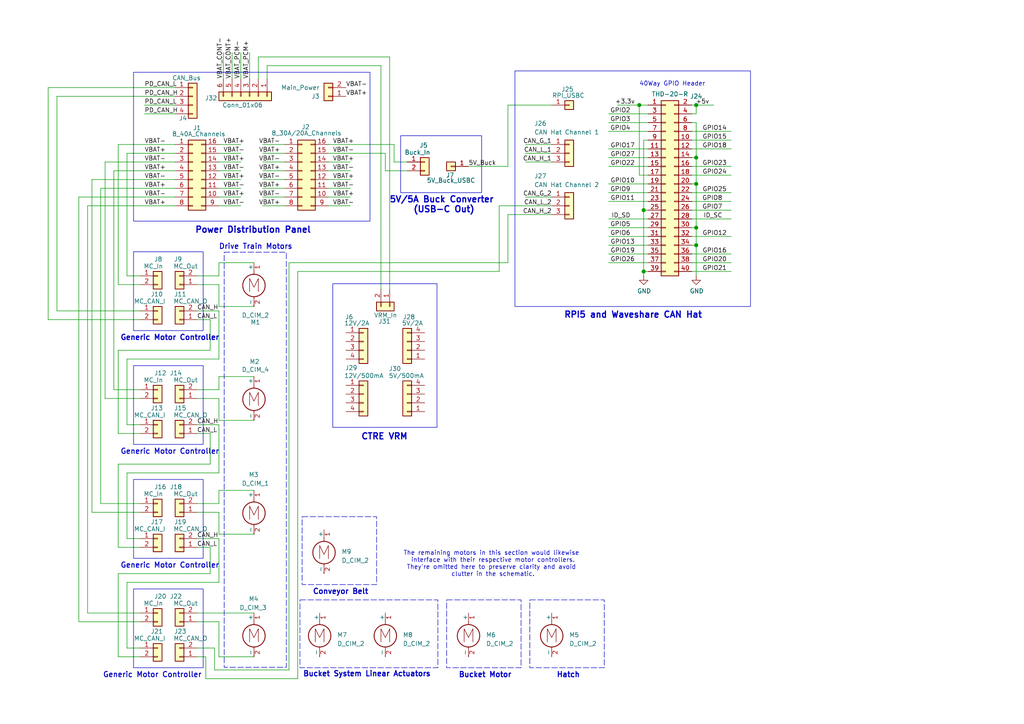
<source format=kicad_sch>
(kicad_sch (version 20250114) (generator "eeschema") (generator_version "9.0")
  (paper "A4")
  (title_block (title "Lunabotics Rover 2 Electrical Diagram") (date "2025-12-03") (rev "1") (company "Rutgers STAR"))
  (lib_symbols
    (symbol "Connector_Generic:Conn_01x01" (pin_names (offset 1.016) (hide yes))
      (property "Reference" "J" (at 0 2.54 0))
      (property "Value" "Conn_01x01" (at 0 -2.54 0))
      (symbol "Conn_01x01_1_1"
        (rectangle (start -1.27 1.27) (end 1.27 -1.27) (stroke (width 0.254)) (fill (type background)))
        (rectangle (start -1.27 0.127) (end 0 -0.127) (stroke (width 0.1524)))
        (pin passive line (at -5.08 0 0) (length 3.81) (name "Pin_1") (number "1"))
      )
    )
    (symbol "Connector_Generic:Conn_01x02" (pin_names (offset 1.016) (hide yes))
      (property "Reference" "J" (at 0 2.54 0))
      (property "Value" "Conn_01x02" (at 0 -5.08 0))
      (symbol "Conn_01x02_1_1"
        (rectangle (start -1.27 1.27) (end 1.27 -3.81) (stroke (width 0.254)) (fill (type background)))
        (rectangle (start -1.27 0.127) (end 0 -0.127) (stroke (width 0.1524)))
        (rectangle (start -1.27 -2.413) (end 0 -2.667) (stroke (width 0.1524)))
        (pin passive line (at -5.08 0 0) (length 3.81) (name "Pin_1") (number "1"))
        (pin passive line (at -5.08 -2.54 0) (length 3.81) (name "Pin_2") (number "2"))
      )
    )
    (symbol "Connector_Generic:Conn_01x03" (pin_names (offset 1.016) (hide yes))
      (property "Reference" "J" (at 0 5.08 0))
      (property "Value" "Conn_01x03" (at 0 -5.08 0))
      (symbol "Conn_01x03_1_1"
        (rectangle (start -1.27 3.81) (end 1.27 -3.81) (stroke (width 0.254)) (fill (type background)))
        (rectangle (start -1.27 2.667) (end 0 2.413) (stroke (width 0.1524)))
        (rectangle (start -1.27 0.127) (end 0 -0.127) (stroke (width 0.1524)))
        (rectangle (start -1.27 -2.413) (end 0 -2.667) (stroke (width 0.1524)))
        (pin passive line (at -5.08 2.54 0) (length 3.81) (name "Pin_1") (number "1"))
        (pin passive line (at -5.08 0 0) (length 3.81) (name "Pin_2") (number "2"))
        (pin passive line (at -5.08 -2.54 0) (length 3.81) (name "Pin_3") (number "3"))
      )
    )
    (symbol "Connector_Generic:Conn_01x04" (pin_names (offset 1.016) (hide yes))
      (property "Reference" "J" (at 0 5.08 0))
      (property "Value" "Conn_01x04" (at 0 -7.62 0))
      (symbol "Conn_01x04_1_1"
        (rectangle (start -1.27 3.81) (end 1.27 -6.35) (stroke (width 0.254)) (fill (type background)))
        (rectangle (start -1.27 2.667) (end 0 2.413) (stroke (width 0.1524)))
        (rectangle (start -1.27 0.127) (end 0 -0.127) (stroke (width 0.1524)))
        (rectangle (start -1.27 -2.413) (end 0 -2.667) (stroke (width 0.1524)))
        (rectangle (start -1.27 -4.953) (end 0 -5.207) (stroke (width 0.1524)))
        (pin passive line (at -5.08 2.54 0) (length 3.81) (name "Pin_1") (number "1"))
        (pin passive line (at -5.08 0 0) (length 3.81) (name "Pin_2") (number "2"))
        (pin passive line (at -5.08 -2.54 0) (length 3.81) (name "Pin_3") (number "3"))
        (pin passive line (at -5.08 -5.08 0) (length 3.81) (name "Pin_4") (number "4"))
      )
    )
    (symbol "Connector_Generic:Conn_01x06" (pin_names (offset 1.016) (hide yes))
      (property "Reference" "J" (at 0 7.62 0))
      (property "Value" "Conn_01x06" (at 0 -10.16 0))
      (symbol "Conn_01x06_1_1"
        (rectangle (start -1.27 6.35) (end 1.27 -8.89) (stroke (width 0.254)) (fill (type background)))
        (rectangle (start -1.27 5.207) (end 0 4.953) (stroke (width 0.1524)))
        (rectangle (start -1.27 2.667) (end 0 2.413) (stroke (width 0.1524)))
        (rectangle (start -1.27 0.127) (end 0 -0.127) (stroke (width 0.1524)))
        (rectangle (start -1.27 -2.413) (end 0 -2.667) (stroke (width 0.1524)))
        (rectangle (start -1.27 -4.953) (end 0 -5.207) (stroke (width 0.1524)))
        (rectangle (start -1.27 -7.493) (end 0 -7.747) (stroke (width 0.1524)))
        (pin passive line (at -5.08 5.08 0) (length 3.81) (name "Pin_1") (number "1"))
        (pin passive line (at -5.08 2.54 0) (length 3.81) (name "Pin_2") (number "2"))
        (pin passive line (at -5.08 0 0) (length 3.81) (name "Pin_3") (number "3"))
        (pin passive line (at -5.08 -2.54 0) (length 3.81) (name "Pin_4") (number "4"))
        (pin passive line (at -5.08 -5.08 0) (length 3.81) (name "Pin_5") (number "5"))
        (pin passive line (at -5.08 -7.62 0) (length 3.81) (name "Pin_6") (number "6"))
      )
    )
    (symbol "Connector_Generic:Conn_02x08_Counter_Clockwise" (pin_names (offset 1.016) (hide yes))
      (property "Reference" "J" (at 1.27 10.16 0))
      (property "Value" "Conn_02x08_Counter_Clockwise" (at 1.27 -12.7 0))
      (symbol "Conn_02x08_Counter_Clockwise_1_1"
        (rectangle (start -1.27 8.89) (end 3.81 -11.43) (stroke (width 0.254)) (fill (type background)))
        (rectangle (start -1.27 7.747) (end 0 7.493) (stroke (width 0.1524)))
        (rectangle (start -1.27 5.207) (end 0 4.953) (stroke (width 0.1524)))
        (rectangle (start -1.27 2.667) (end 0 2.413) (stroke (width 0.1524)))
        (rectangle (start -1.27 0.127) (end 0 -0.127) (stroke (width 0.1524)))
        (rectangle (start -1.27 -2.413) (end 0 -2.667) (stroke (width 0.1524)))
        (rectangle (start -1.27 -4.953) (end 0 -5.207) (stroke (width 0.1524)))
        (rectangle (start -1.27 -7.493) (end 0 -7.747) (stroke (width 0.1524)))
        (rectangle (start -1.27 -10.033) (end 0 -10.287) (stroke (width 0.1524)))
        (rectangle (start 3.81 7.747) (end 2.54 7.493) (stroke (width 0.1524)))
        (rectangle (start 3.81 5.207) (end 2.54 4.953) (stroke (width 0.1524)))
        (rectangle (start 3.81 2.667) (end 2.54 2.413) (stroke (width 0.1524)))
        (rectangle (start 3.81 0.127) (end 2.54 -0.127) (stroke (width 0.1524)))
        (rectangle (start 3.81 -2.413) (end 2.54 -2.667) (stroke (width 0.1524)))
        (rectangle (start 3.81 -4.953) (end 2.54 -5.207) (stroke (width 0.1524)))
        (rectangle (start 3.81 -7.493) (end 2.54 -7.747) (stroke (width 0.1524)))
        (rectangle (start 3.81 -10.033) (end 2.54 -10.287) (stroke (width 0.1524)))
        (pin passive line (at -5.08 7.62 0) (length 3.81) (name "Pin_1") (number "1"))
        (pin passive line (at -5.08 5.08 0) (length 3.81) (name "Pin_2") (number "2"))
        (pin passive line (at -5.08 2.54 0) (length 3.81) (name "Pin_3") (number "3"))
        (pin passive line (at -5.08 0 0) (length 3.81) (name "Pin_4") (number "4"))
        (pin passive line (at -5.08 -2.54 0) (length 3.81) (name "Pin_5") (number "5"))
        (pin passive line (at -5.08 -5.08 0) (length 3.81) (name "Pin_6") (number "6"))
        (pin passive line (at -5.08 -7.62 0) (length 3.81) (name "Pin_7") (number "7"))
        (pin passive line (at -5.08 -10.16 0) (length 3.81) (name "Pin_8") (number "8"))
        (pin passive line (at 7.62 7.62 180) (length 3.81) (name "Pin_16") (number "16"))
        (pin passive line (at 7.62 5.08 180) (length 3.81) (name "Pin_15") (number "15"))
        (pin passive line (at 7.62 2.54 180) (length 3.81) (name "Pin_14") (number "14"))
        (pin passive line (at 7.62 0 180) (length 3.81) (name "Pin_13") (number "13"))
        (pin passive line (at 7.62 -2.54 180) (length 3.81) (name "Pin_12") (number "12"))
        (pin passive line (at 7.62 -5.08 180) (length 3.81) (name "Pin_11") (number "11"))
        (pin passive line (at 7.62 -7.62 180) (length 3.81) (name "Pin_10") (number "10"))
        (pin passive line (at 7.62 -10.16 180) (length 3.81) (name "Pin_9") (number "9"))
      )
    )
    (symbol "Connector_Generic:Conn_02x20_Odd_Even" (pin_names (offset 1.016) (hide yes))
      (property "Reference" "J" (at 1.27 25.4 0))
      (property "Value" "Conn_02x20_Odd_Even" (at 1.27 -27.94 0))
      (symbol "Conn_02x20_Odd_Even_1_1"
        (rectangle (start -1.27 24.13) (end 3.81 -26.67) (stroke (width 0.254)) (fill (type background)))
        (rectangle (start -1.27 22.987) (end 0 22.733) (stroke (width 0.1524)))
        (rectangle (start -1.27 20.447) (end 0 20.193) (stroke (width 0.1524)))
        (rectangle (start -1.27 17.907) (end 0 17.653) (stroke (width 0.1524)))
        (rectangle (start -1.27 15.367) (end 0 15.113) (stroke (width 0.1524)))
        (rectangle (start -1.27 12.827) (end 0 12.573) (stroke (width 0.1524)))
        (rectangle (start -1.27 10.287) (end 0 10.033) (stroke (width 0.1524)))
        (rectangle (start -1.27 7.747) (end 0 7.493) (stroke (width 0.1524)))
        (rectangle (start -1.27 5.207) (end 0 4.953) (stroke (width 0.1524)))
        (rectangle (start -1.27 2.667) (end 0 2.413) (stroke (width 0.1524)))
        (rectangle (start -1.27 0.127) (end 0 -0.127) (stroke (width 0.1524)))
        (rectangle (start -1.27 -2.413) (end 0 -2.667) (stroke (width 0.1524)))
        (rectangle (start -1.27 -4.953) (end 0 -5.207) (stroke (width 0.1524)))
        (rectangle (start -1.27 -7.493) (end 0 -7.747) (stroke (width 0.1524)))
        (rectangle (start -1.27 -10.033) (end 0 -10.287) (stroke (width 0.1524)))
        (rectangle (start -1.27 -12.573) (end 0 -12.827) (stroke (width 0.1524)))
        (rectangle (start -1.27 -15.113) (end 0 -15.367) (stroke (width 0.1524)))
        (rectangle (start -1.27 -17.653) (end 0 -17.907) (stroke (width 0.1524)))
        (rectangle (start -1.27 -20.193) (end 0 -20.447) (stroke (width 0.1524)))
        (rectangle (start -1.27 -22.733) (end 0 -22.987) (stroke (width 0.1524)))
        (rectangle (start -1.27 -25.273) (end 0 -25.527) (stroke (width 0.1524)))
        (rectangle (start 3.81 22.987) (end 2.54 22.733) (stroke (width 0.1524)))
        (rectangle (start 3.81 20.447) (end 2.54 20.193) (stroke (width 0.1524)))
        (rectangle (start 3.81 17.907) (end 2.54 17.653) (stroke (width 0.1524)))
        (rectangle (start 3.81 15.367) (end 2.54 15.113) (stroke (width 0.1524)))
        (rectangle (start 3.81 12.827) (end 2.54 12.573) (stroke (width 0.1524)))
        (rectangle (start 3.81 10.287) (end 2.54 10.033) (stroke (width 0.1524)))
        (rectangle (start 3.81 7.747) (end 2.54 7.493) (stroke (width 0.1524)))
        (rectangle (start 3.81 5.207) (end 2.54 4.953) (stroke (width 0.1524)))
        (rectangle (start 3.81 2.667) (end 2.54 2.413) (stroke (width 0.1524)))
        (rectangle (start 3.81 0.127) (end 2.54 -0.127) (stroke (width 0.1524)))
        (rectangle (start 3.81 -2.413) (end 2.54 -2.667) (stroke (width 0.1524)))
        (rectangle (start 3.81 -4.953) (end 2.54 -5.207) (stroke (width 0.1524)))
        (rectangle (start 3.81 -7.493) (end 2.54 -7.747) (stroke (width 0.1524)))
        (rectangle (start 3.81 -10.033) (end 2.54 -10.287) (stroke (width 0.1524)))
        (rectangle (start 3.81 -12.573) (end 2.54 -12.827) (stroke (width 0.1524)))
        (rectangle (start 3.81 -15.113) (end 2.54 -15.367) (stroke (width 0.1524)))
        (rectangle (start 3.81 -17.653) (end 2.54 -17.907) (stroke (width 0.1524)))
        (rectangle (start 3.81 -20.193) (end 2.54 -20.447) (stroke (width 0.1524)))
        (rectangle (start 3.81 -22.733) (end 2.54 -22.987) (stroke (width 0.1524)))
        (rectangle (start 3.81 -25.273) (end 2.54 -25.527) (stroke (width 0.1524)))
        (pin passive line (at -5.08 22.86 0) (length 3.81) (name "Pin_1") (number "1"))
        (pin passive line (at -5.08 20.32 0) (length 3.81) (name "Pin_3") (number "3"))
        (pin passive line (at -5.08 17.78 0) (length 3.81) (name "Pin_5") (number "5"))
        (pin passive line (at -5.08 15.24 0) (length 3.81) (name "Pin_7") (number "7"))
        (pin passive line (at -5.08 12.7 0) (length 3.81) (name "Pin_9") (number "9"))
        (pin passive line (at -5.08 10.16 0) (length 3.81) (name "Pin_11") (number "11"))
        (pin passive line (at -5.08 7.62 0) (length 3.81) (name "Pin_13") (number "13"))
        (pin passive line (at -5.08 5.08 0) (length 3.81) (name "Pin_15") (number "15"))
        (pin passive line (at -5.08 2.54 0) (length 3.81) (name "Pin_17") (number "17"))
        (pin passive line (at -5.08 0 0) (length 3.81) (name "Pin_19") (number "19"))
        (pin passive line (at -5.08 -2.54 0) (length 3.81) (name "Pin_21") (number "21"))
        (pin passive line (at -5.08 -5.08 0) (length 3.81) (name "Pin_23") (number "23"))
        (pin passive line (at -5.08 -7.62 0) (length 3.81) (name "Pin_25") (number "25"))
        (pin passive line (at -5.08 -10.16 0) (length 3.81) (name "Pin_27") (number "27"))
        (pin passive line (at -5.08 -12.7 0) (length 3.81) (name "Pin_29") (number "29"))
        (pin passive line (at -5.08 -15.24 0) (length 3.81) (name "Pin_31") (number "31"))
        (pin passive line (at -5.08 -17.78 0) (length 3.81) (name "Pin_33") (number "33"))
        (pin passive line (at -5.08 -20.32 0) (length 3.81) (name "Pin_35") (number "35"))
        (pin passive line (at -5.08 -22.86 0) (length 3.81) (name "Pin_37") (number "37"))
        (pin passive line (at -5.08 -25.4 0) (length 3.81) (name "Pin_39") (number "39"))
        (pin passive line (at 7.62 22.86 180) (length 3.81) (name "Pin_2") (number "2"))
        (pin passive line (at 7.62 20.32 180) (length 3.81) (name "Pin_4") (number "4"))
        (pin passive line (at 7.62 17.78 180) (length 3.81) (name "Pin_6") (number "6"))
        (pin passive line (at 7.62 15.24 180) (length 3.81) (name "Pin_8") (number "8"))
        (pin passive line (at 7.62 12.7 180) (length 3.81) (name "Pin_10") (number "10"))
        (pin passive line (at 7.62 10.16 180) (length 3.81) (name "Pin_12") (number "12"))
        (pin passive line (at 7.62 7.62 180) (length 3.81) (name "Pin_14") (number "14"))
        (pin passive line (at 7.62 5.08 180) (length 3.81) (name "Pin_16") (number "16"))
        (pin passive line (at 7.62 2.54 180) (length 3.81) (name "Pin_18") (number "18"))
        (pin passive line (at 7.62 0 180) (length 3.81) (name "Pin_20") (number "20"))
        (pin passive line (at 7.62 -2.54 180) (length 3.81) (name "Pin_22") (number "22"))
        (pin passive line (at 7.62 -5.08 180) (length 3.81) (name "Pin_24") (number "24"))
        (pin passive line (at 7.62 -7.62 180) (length 3.81) (name "Pin_26") (number "26"))
        (pin passive line (at 7.62 -10.16 180) (length 3.81) (name "Pin_28") (number "28"))
        (pin passive line (at 7.62 -12.7 180) (length 3.81) (name "Pin_30") (number "30"))
        (pin passive line (at 7.62 -15.24 180) (length 3.81) (name "Pin_32") (number "32"))
        (pin passive line (at 7.62 -17.78 180) (length 3.81) (name "Pin_34") (number "34"))
        (pin passive line (at 7.62 -20.32 180) (length 3.81) (name "Pin_36") (number "36"))
        (pin passive line (at 7.62 -22.86 180) (length 3.81) (name "Pin_38") (number "38"))
        (pin passive line (at 7.62 -25.4 180) (length 3.81) (name "Pin_40") (number "40"))
      )
    )
    (symbol "Motor:Motor_DC" (pin_names (offset 0))
      (property "Reference" "M" (at 2.54 2.54 0))
      (property "Value" "Motor_DC" (at 2.54 -5.08 0))
      (symbol "Motor_DC_0_0"
        (polyline (pts (xy -1.27 -3.302) (xy -1.27 0.508) (xy 0 -2.032) (xy 1.27 0.508) (xy 1.27 -3.302)))
      )
      (symbol "Motor_DC_0_1"
        (polyline (pts (xy 0 2.032) (xy 0 2.54)))
        (polyline (pts (xy 0 1.7272) (xy 0 2.0828)))
        (circle (center 0 -1.524) (radius 3.2512) (stroke (width 0.254)))
        (polyline (pts (xy 0 -4.7752) (xy 0 -5.1816)))
        (polyline (pts (xy 0 -7.62) (xy 0 -7.112)))
      )
      (symbol "Motor_DC_1_1"
        (pin passive line (at 0 5.08 270) (length 2.54) (name "+") (number "1"))
        (pin passive line (at 0 -7.62 90) (length 2.54) (name "-") (number "2"))
      )
    )
    (symbol "power:GND" (power) (pin_numbers (hide yes)) (pin_names (offset 0) (hide yes))
      (property "Value" "GND" (at 0 -3.81 0))
      (symbol "GND_0_1"
        (polyline (pts (xy 0 0) (xy 0 -1.27) (xy 1.27 -1.27) (xy 0 -2.54) (xy -1.27 -1.27) (xy 0 -1.27)))
      )
      (symbol "GND_1_1"
        (pin power_in line (at 0 0 270) (length 0) (name "~") (number "1"))
      )
    )
  )
  (rectangle (start 96.52 82.296) (end 126.746 123.952))
  (rectangle (start 38.735 106.045) (end 58.928 128.905))
  (rectangle (start 149.352 20.574) (end 217.678 88.9))
  (rectangle (start 87.63 149.86) (end 109.22 169.545) (stroke (width 0) (type dash)))
  (rectangle (start 129.54 173.99) (end 151.13 193.675) (stroke (width 0) (type dash)))
  (rectangle (start 116.205 39.37) (end 139.7 55.88))
  (rectangle (start 38.735 73.025) (end 58.928 95.885))
  (rectangle (start 38.735 20.955) (end 107.315 64.135))
  (rectangle (start 86.995 173.99) (end 127 193.675) (stroke (width 0) (type dash)))
  (rectangle (start 153.67 173.99) (end 175.26 193.675) (stroke (width 0) (type dash)))
  (rectangle (start 65.024 73.152) (end 83.058 193.548) (stroke (width 0) (type dash)))
  (rectangle (start 38.735 170.815) (end 58.928 193.675))
  (rectangle (start 38.735 139.065) (end 58.928 161.925))
  (text "Generic Motor Controller" (at 49.276 131.064 0) (effects (font (size 1.524 1.524) (thickness 0.254) (bold yes))))
  (text "Conveyor Belt" (at 98.806 171.704 0) (effects (font (size 1.524 1.524) (thickness 0.3048) (bold yes))))
  (text "Drive Train Motors" (at 74.168 71.628 0) (effects (font (size 1.524 1.524) (thickness 0.254) (bold yes))))
  (text "40Way GPIO Header" (at 185.42 25.146 0) (effects (font (size 1.27 1.27)) (justify left bottom)))
  (text "Bucket Motor" (at 140.716 195.834 0) (effects (font (size 1.524 1.524) (thickness 0.3048) (bold yes))))
  (text "Bucket System Linear Actuators" (at 106.426 195.58 0) (effects (font (size 1.524 1.524) (thickness 0.3048) (bold yes))))
  (text "Generic Motor Controller" (at 49.276 98.044 0) (effects (font (size 1.524 1.524) (thickness 0.3048) (bold yes))))
  (text "CTRE VRM" (at 111.506 126.746 0) (effects (font (size 1.778 1.778) (thickness 0.3556) (bold yes))))
  (text "The remaining motors in this section would likewise \ninterface with their respective motor controllers.\nThey're omitted here to preserve clarity and avoid \nclutter in the schematic." (at 143.002 163.576 0) (effects (font (size 1.27 1.27))))
  (text "5V/5A Buck Converter \n(USB-C Out)" (at 128.778 59.436 0) (effects (font (size 1.778 1.778) (thickness 0.3556) (bold yes))))
  (text "Generic Motor Controller" (at 44.196 195.834 0) (effects (font (size 1.524 1.524) (thickness 0.254) (bold yes))))
  (text "RPI5 and Waveshare CAN Hat" (at 183.642 91.44 0) (effects (font (size 1.778 1.778) (thickness 0.3556) (bold yes))))
  (text "Generic Motor Controller" (at 49.276 164.084 0) (effects (font (size 1.524 1.524) (thickness 0.254) (bold yes))))
  (text "Hatch" (at 164.846 195.834 0) (effects (font (size 1.524 1.524) (thickness 0.3048) (bold yes))))
  (text "Power Distribution Panel" (at 73.406 66.802 0) (effects (font (size 1.778 1.778) (thickness 0.3556) (bold yes))))
  (junction (at 186.69 60.96) (diameter 1.016))
  (junction (at 201.93 45.72) (diameter 1.016))
  (junction (at 185.42 30.48) (diameter 1.016))
  (junction (at 201.93 30.48) (diameter 1.016))
  (junction (at 186.69 78.74) (diameter 1.016))
  (junction (at 201.93 53.34) (diameter 1.016))
  (junction (at 201.93 71.12) (diameter 1.016))
  (junction (at 201.93 66.04) (diameter 1.016))
  (wire (pts (xy 25.4 59.69) (xy 25.4 177.8)))
  (wire (pts (xy 63.5 109.22) (xy 73.66 109.22)))
  (wire (pts (xy 60.96 125.73) (xy 60.96 134.62)))
  (wire (pts (xy 36.83 104.14) (xy 63.5 104.14)))
  (wire (pts (xy 185.42 30.48) (xy 185.42 50.8)))
  (wire (pts (xy 57.15 177.8) (xy 73.66 177.8)))
  (wire (pts (xy 187.96 30.48) (xy 185.42 30.48)))
  (wire (pts (xy 200.66 73.66) (xy 212.09 73.66)))
  (wire (pts (xy 176.53 68.58) (xy 187.96 68.58)))
  (wire (pts (xy 34.29 125.73) (xy 40.64 125.73)))
  (wire (pts (xy 82.55 41.91) (xy 76.2 41.91)))
  (wire (pts (xy 176.53 66.04) (xy 187.96 66.04)))
  (wire (pts (xy 110.49 19.05) (xy 110.49 83.82)))
  (wire (pts (xy 59.69 190.5) (xy 59.69 196.85)))
  (wire (pts (xy 36.83 80.01) (xy 36.83 44.45)))
  (wire (pts (xy 64.77 15.24) (xy 64.77 22.86)))
  (wire (pts (xy 201.93 71.12) (xy 201.93 80.01)))
  (wire (pts (xy 30.48 115.57) (xy 40.64 115.57)))
  (wire (pts (xy 186.69 60.96) (xy 186.69 78.74)))
  (wire (pts (xy 57.15 158.75) (xy 60.96 158.75)))
  (wire (pts (xy 13.97 25.4) (xy 50.8 25.4)))
  (wire (pts (xy 60.96 158.75) (xy 60.96 166.37)))
  (wire (pts (xy 63.5 49.53) (xy 69.85 49.53)))
  (wire (pts (xy 147.32 30.48) (xy 160.02 30.48)))
  (wire (pts (xy 63.5 121.92) (xy 73.66 121.92)))
  (wire (pts (xy 33.02 49.53) (xy 33.02 113.03)))
  (wire (pts (xy 25.4 177.8) (xy 40.64 177.8)))
  (wire (pts (xy 152.4 46.99) (xy 160.02 46.99)))
  (wire (pts (xy 34.29 166.37) (xy 34.29 190.5)))
  (wire (pts (xy 200.66 78.74) (xy 212.09 78.74)))
  (wire (pts (xy 63.5 156.21) (xy 63.5 168.91)))
  (wire (pts (xy 95.25 44.45) (xy 111.76 44.45)))
  (wire (pts (xy 201.93 35.56) (xy 201.93 45.72)))
  (wire (pts (xy 82.55 57.15) (xy 76.2 57.15)))
  (wire (pts (xy 57.15 146.05) (xy 63.5 146.05)))
  (wire (pts (xy 50.8 49.53) (xy 33.02 49.53)))
  (wire (pts (xy 57.15 190.5) (xy 59.69 190.5)))
  (wire (pts (xy 77.47 22.86) (xy 77.47 19.05)))
  (wire (pts (xy 57.15 115.57) (xy 63.5 115.57)))
  (wire (pts (xy 200.66 76.2) (xy 212.09 76.2)))
  (wire (pts (xy 50.8 52.07) (xy 26.67 52.07)))
  (wire (pts (xy 95.25 46.99) (xy 101.6 46.99)))
  (wire (pts (xy 176.53 71.12) (xy 187.96 71.12)))
  (wire (pts (xy 77.47 19.05) (xy 110.49 19.05)))
  (wire (pts (xy 200.66 35.56) (xy 201.93 35.56)))
  (wire (pts (xy 57.15 187.96) (xy 62.23 187.96)))
  (wire (pts (xy 176.53 76.2) (xy 187.96 76.2)))
  (wire (pts (xy 50.8 54.61) (xy 29.21 54.61)))
  (wire (pts (xy 176.53 73.66) (xy 187.96 73.66)))
  (wire (pts (xy 62.23 187.96) (xy 62.23 194.31)))
  (wire (pts (xy 63.5 76.2) (xy 73.66 76.2)))
  (wire (pts (xy 186.69 78.74) (xy 187.96 78.74)))
  (wire (pts (xy 186.69 78.74) (xy 186.69 80.01)))
  (wire (pts (xy 176.53 38.1) (xy 187.96 38.1)))
  (wire (pts (xy 16.51 27.94) (xy 50.8 27.94)))
  (wire (pts (xy 176.53 53.34) (xy 187.96 53.34)))
  (wire (pts (xy 82.55 52.07) (xy 76.2 52.07)))
  (wire (pts (xy 29.21 146.05) (xy 40.64 146.05)))
  (wire (pts (xy 179.07 30.48) (xy 185.42 30.48)))
  (wire (pts (xy 29.21 54.61) (xy 29.21 146.05)))
  (wire (pts (xy 74.93 22.86) (xy 74.93 16.51)))
  (wire (pts (xy 95.25 59.69) (xy 101.6 59.69)))
  (wire (pts (xy 176.53 45.72) (xy 187.96 45.72)))
  (wire (pts (xy 95.25 54.61) (xy 101.6 54.61)))
  (wire (pts (xy 200.66 40.64) (xy 212.09 40.64)))
  (wire (pts (xy 72.39 15.24) (xy 72.39 22.86)))
  (wire (pts (xy 95.25 52.07) (xy 101.6 52.07)))
  (wire (pts (xy 176.53 35.56) (xy 187.96 35.56)))
  (wire (pts (xy 63.5 137.16) (xy 36.83 137.16)))
  (wire (pts (xy 34.29 82.55) (xy 40.64 82.55)))
  (wire (pts (xy 201.93 45.72) (xy 200.66 45.72)))
  (wire (pts (xy 60.96 134.62) (xy 34.29 134.62)))
  (wire (pts (xy 200.66 55.88) (xy 212.09 55.88)))
  (wire (pts (xy 36.83 187.96) (xy 40.64 187.96)))
  (wire (pts (xy 30.48 46.99) (xy 30.48 115.57)))
  (wire (pts (xy 185.42 50.8) (xy 187.96 50.8)))
  (wire (pts (xy 201.93 66.04) (xy 201.93 53.34)))
  (wire (pts (xy 114.3 46.99) (xy 118.11 46.99)))
  (wire (pts (xy 13.97 92.71) (xy 40.64 92.71)))
  (wire (pts (xy 57.15 90.17) (xy 63.5 90.17)))
  (wire (pts (xy 200.66 33.02) (xy 201.93 33.02)))
  (wire (pts (xy 201.93 30.48) (xy 207.01 30.48)))
  (wire (pts (xy 50.8 57.15) (xy 22.86 57.15)))
  (wire (pts (xy 147.32 48.26) (xy 147.32 30.48)))
  (wire (pts (xy 62.23 194.31) (xy 83.82 194.31)))
  (wire (pts (xy 57.15 82.55) (xy 63.5 82.55)))
  (wire (pts (xy 201.93 45.72) (xy 201.93 53.34)))
  (wire (pts (xy 95.25 49.53) (xy 101.6 49.53)))
  (wire (pts (xy 13.97 25.4) (xy 13.97 92.71)))
  (wire (pts (xy 40.64 80.01) (xy 36.83 80.01)))
  (wire (pts (xy 63.5 41.91) (xy 69.85 41.91)))
  (wire (pts (xy 16.51 27.94) (xy 16.51 90.17)))
  (wire (pts (xy 36.83 44.45) (xy 50.8 44.45)))
  (wire (pts (xy 63.5 80.01) (xy 63.5 76.2)))
  (wire (pts (xy 33.02 113.03) (xy 40.64 113.03)))
  (wire (pts (xy 60.96 92.71) (xy 60.96 101.6)))
  (wire (pts (xy 63.5 154.94) (xy 73.66 154.94)))
  (wire (pts (xy 60.96 166.37) (xy 34.29 166.37)))
  (wire (pts (xy 200.66 38.1) (xy 212.09 38.1)))
  (wire (pts (xy 176.53 43.18) (xy 187.96 43.18)))
  (wire (pts (xy 176.53 58.42) (xy 187.96 58.42)))
  (wire (pts (xy 30.48 46.99) (xy 50.8 46.99)))
  (wire (pts (xy 57.15 123.19) (xy 63.5 123.19)))
  (wire (pts (xy 200.66 63.5) (xy 212.09 63.5)))
  (wire (pts (xy 201.93 53.34) (xy 200.66 53.34)))
  (wire (pts (xy 36.83 104.14) (xy 36.83 123.19)))
  (wire (pts (xy 111.76 44.45) (xy 111.76 49.53)))
  (wire (pts (xy 41.91 30.48) (xy 50.8 30.48)))
  (wire (pts (xy 152.4 57.15) (xy 160.02 57.15)))
  (wire (pts (xy 22.86 180.34) (xy 40.64 180.34)))
  (wire (pts (xy 147.32 62.23) (xy 160.02 62.23)))
  (wire (pts (xy 187.96 40.64) (xy 186.69 40.64)))
  (wire (pts (xy 36.83 137.16) (xy 36.83 156.21)))
  (wire (pts (xy 57.15 80.01) (xy 63.5 80.01)))
  (wire (pts (xy 63.5 57.15) (xy 69.85 57.15)))
  (wire (pts (xy 176.53 55.88) (xy 187.96 55.88)))
  (wire (pts (xy 34.29 101.6) (xy 34.29 125.73)))
  (wire (pts (xy 82.55 59.69) (xy 76.2 59.69)))
  (wire (pts (xy 200.66 30.48) (xy 201.93 30.48)))
  (wire (pts (xy 63.5 54.61) (xy 69.85 54.61)))
  (wire (pts (xy 95.25 41.91) (xy 114.3 41.91)))
  (wire (pts (xy 57.15 92.71) (xy 60.96 92.71)))
  (wire (pts (xy 69.85 15.24) (xy 69.85 22.86)))
  (wire (pts (xy 63.5 168.91) (xy 36.83 168.91)))
  (wire (pts (xy 63.5 88.9) (xy 73.66 88.9)))
  (wire (pts (xy 200.66 60.96) (xy 212.09 60.96)))
  (wire (pts (xy 144.78 59.69) (xy 160.02 59.69)))
  (wire (pts (xy 57.15 113.03) (xy 63.5 113.03)))
  (wire (pts (xy 200.66 68.58) (xy 212.09 68.58)))
  (wire (pts (xy 34.29 158.75) (xy 40.64 158.75)))
  (wire (pts (xy 83.82 76.2) (xy 147.32 76.2)))
  (wire (pts (xy 36.83 168.91) (xy 36.83 187.96)))
  (wire (pts (xy 82.55 46.99) (xy 76.2 46.99)))
  (wire (pts (xy 63.5 90.17) (xy 63.5 104.14)))
  (wire (pts (xy 200.66 71.12) (xy 201.93 71.12)))
  (wire (pts (xy 63.5 113.03) (xy 63.5 109.22)))
  (wire (pts (xy 34.29 101.6) (xy 60.96 101.6)))
  (wire (pts (xy 200.66 48.26) (xy 212.09 48.26)))
  (wire (pts (xy 83.82 76.2) (xy 83.82 194.31)))
  (wire (pts (xy 176.53 33.02) (xy 187.96 33.02)))
  (wire (pts (xy 26.67 52.07) (xy 26.67 148.59)))
  (wire (pts (xy 26.67 148.59) (xy 40.64 148.59)))
  (wire (pts (xy 36.83 156.21) (xy 40.64 156.21)))
  (wire (pts (xy 152.4 44.45) (xy 160.02 44.45)))
  (wire (pts (xy 63.5 146.05) (xy 63.5 142.24)))
  (wire (pts (xy 50.8 41.91) (xy 34.29 41.91)))
  (wire (pts (xy 111.76 49.53) (xy 118.11 49.53)))
  (wire (pts (xy 57.15 125.73) (xy 60.96 125.73)))
  (wire (pts (xy 200.66 58.42) (xy 212.09 58.42)))
  (wire (pts (xy 95.25 57.15) (xy 101.6 57.15)))
  (wire (pts (xy 63.5 82.55) (xy 63.5 88.9)))
  (wire (pts (xy 82.55 54.61) (xy 76.2 54.61)))
  (wire (pts (xy 135.89 48.26) (xy 147.32 48.26)))
  (wire (pts (xy 63.5 148.59) (xy 63.5 154.94)))
  (wire (pts (xy 74.93 16.51) (xy 113.03 16.51)))
  (wire (pts (xy 22.86 57.15) (xy 22.86 180.34)))
  (wire (pts (xy 59.69 196.85) (xy 86.36 196.85)))
  (wire (pts (xy 186.69 40.64) (xy 186.69 60.96)))
  (wire (pts (xy 67.31 15.24) (xy 67.31 22.86)))
  (wire (pts (xy 114.3 41.91) (xy 114.3 46.99)))
  (wire (pts (xy 50.8 59.69) (xy 25.4 59.69)))
  (wire (pts (xy 186.69 60.96) (xy 187.96 60.96)))
  (wire (pts (xy 82.55 49.53) (xy 76.2 49.53)))
  (wire (pts (xy 63.5 180.34) (xy 63.5 190.5)))
  (wire (pts (xy 144.78 59.69) (xy 144.78 78.74)))
  (wire (pts (xy 113.03 16.51) (xy 113.03 83.82)))
  (wire (pts (xy 63.5 123.19) (xy 63.5 137.16)))
  (wire (pts (xy 63.5 142.24) (xy 73.66 142.24)))
  (wire (pts (xy 34.29 134.62) (xy 34.29 158.75)))
  (wire (pts (xy 41.91 33.02) (xy 50.8 33.02)))
  (wire (pts (xy 200.66 66.04) (xy 201.93 66.04)))
  (wire (pts (xy 63.5 46.99) (xy 69.85 46.99)))
  (wire (pts (xy 63.5 115.57) (xy 63.5 121.92)))
  (wire (pts (xy 63.5 44.45) (xy 69.85 44.45)))
  (wire (pts (xy 34.29 41.91) (xy 34.29 82.55)))
  (wire (pts (xy 201.93 71.12) (xy 201.93 66.04)))
  (wire (pts (xy 147.32 76.2) (xy 147.32 62.23)))
  (wire (pts (xy 144.78 78.74) (xy 86.36 78.74)))
  (wire (pts (xy 200.66 43.18) (xy 212.09 43.18)))
  (wire (pts (xy 176.53 63.5) (xy 187.96 63.5)))
  (wire (pts (xy 82.55 44.45) (xy 76.2 44.45)))
  (wire (pts (xy 34.29 190.5) (xy 40.64 190.5)))
  (wire (pts (xy 200.66 50.8) (xy 212.09 50.8)))
  (wire (pts (xy 63.5 190.5) (xy 73.66 190.5)))
  (wire (pts (xy 36.83 123.19) (xy 40.64 123.19)))
  (wire (pts (xy 57.15 156.21) (xy 63.5 156.21)))
  (wire (pts (xy 152.4 41.91) (xy 160.02 41.91)))
  (wire (pts (xy 57.15 148.59) (xy 63.5 148.59)))
  (wire (pts (xy 176.53 48.26) (xy 187.96 48.26)))
  (wire (pts (xy 16.51 90.17) (xy 40.64 90.17)))
  (wire (pts (xy 63.5 52.07) (xy 69.85 52.07)))
  (wire (pts (xy 86.36 78.74) (xy 86.36 196.85)))
  (wire (pts (xy 63.5 59.69) (xy 69.85 59.69)))
  (wire (pts (xy 201.93 33.02) (xy 201.93 30.48)))
  (wire (pts (xy 57.15 180.34) (xy 63.5 180.34)))
  (label "ID_SD" (at 182.88 63.5 180))
  (label "GPIO11" (at 184.15 58.42 180))
  (label "GPIO16" (at 210.82 73.66 180))
  (label "GPIO12" (at 210.82 68.58 180))
  (label "GPIO4" (at 182.88 38.1 180))
  (label "GPIO2" (at 182.88 33.02 180))
  (label "VBAT+" (at 41.91 44.45 0))
  (label "CAN_L_2" (at 160.02 59.69 180))
  (label "VBAT-" (at 96.52 49.53 0))
  (label "CAN_H_2" (at 160.02 62.23 180))
  (label "CAN_H" (at 57.15 156.21 0))
  (label "GPIO24" (at 210.82 50.8 180))
  (label "VBAT+" (at 41.91 59.69 0))
  (label "VBAT+" (at 96.52 52.07 0))
  (label "PD_CAN_L" (at 41.91 25.4 0))
  (label "VBAT+" (at 96.52 57.15 0))
  (label "GPIO23" (at 210.82 48.26 180))
  (label "VBAT-" (at 81.28 41.91 180))
  (label "CAN_G_2" (at 160.02 57.15 180))
  (label "GPIO26" (at 184.15 76.2 180))
  (label "VBAT-" (at 81.28 57.15 180))
  (label "5V_Buck" (at 135.89 48.26 0))
  (label "VBAT-" (at 100.33 25.4 0))
  (label "VBAT+" (at 64.77 57.15 0))
  (label "VBAT_PCM-" (at 69.85 22.86 90))
  (label "VBAT-" (at 64.77 59.69 0))
  (label "+5v" (at 205.74 30.48 180))
  (label "GPIO21" (at 210.82 78.74 180))
  (label "VBAT_CONT-" (at 64.77 22.86 90))
  (label "CAN_L" (at 57.15 92.71 0))
  (label "VBAT-" (at 81.28 52.07 180))
  (label "VBAT-" (at 41.91 46.99 0))
  (label "VBAT+" (at 64.77 41.91 0))
  (label "VBAT_PCM+" (at 72.39 22.86 90))
  (label "VBAT-" (at 96.52 44.45 0))
  (label "GPIO15" (at 210.82 40.64 180))
  (label "VBAT+" (at 81.28 44.45 180))
  (label "GPIO5" (at 182.88 66.04 180))
  (label "GPIO25" (at 210.82 55.88 180))
  (label "VBAT-" (at 64.77 44.45 0))
  (label "PD_CAN_L" (at 41.91 30.48 0))
  (label "VBAT+" (at 64.77 52.07 0))
  (label "+3.3v" (at 184.15 30.48 180))
  (label "GPIO10" (at 184.15 53.34 180))
  (label "VBAT+" (at 41.91 54.61 0))
  (label "VBAT_CONT+" (at 67.31 22.86 90))
  (label "CAN_H" (at 57.15 90.17 0))
  (label "GPIO13" (at 184.15 71.12 180))
  (label "VBAT-" (at 64.77 49.53 0))
  (label "PD_CAN_H" (at 41.91 27.94 0))
  (label "VBAT+" (at 100.33 27.94 0))
  (label "CAN_L" (at 57.15 125.73 0))
  (label "VBAT+" (at 64.77 46.99 0))
  (label "VBAT-" (at 41.91 52.07 0))
  (label "VBAT-" (at 96.52 54.61 0))
  (label "VBAT+" (at 81.28 49.53 180))
  (label "ID_SC" (at 209.55 63.5 180))
  (label "VBAT+" (at 96.52 46.99 0))
  (label "CAN_L" (at 57.15 158.75 0))
  (label "GPIO17" (at 184.15 43.18 180))
  (label "CAN_L_1" (at 160.02 44.45 180))
  (label "GPIO22" (at 184.15 48.26 180))
  (label "VBAT-" (at 41.91 57.15 0))
  (label "VBAT-" (at 64.77 54.61 0))
  (label "GPIO19" (at 184.15 73.66 180))
  (label "VBAT-" (at 81.28 46.99 180))
  (label "GPIO6" (at 182.88 68.58 180))
  (label "PD_CAN_H" (at 41.91 33.02 0))
  (label "VBAT+" (at 81.28 59.69 180))
  (label "CAN_H" (at 57.15 123.19 0))
  (label "VBAT-" (at 96.52 59.69 0))
  (label "VBAT+" (at 96.52 41.91 0))
  (label "CAN_H_1" (at 160.02 46.99 180))
  (label "VBAT-" (at 41.91 41.91 0))
  (label "GPIO8" (at 209.55 58.42 180))
  (label "CAN_G_1" (at 160.02 41.91 180))
  (label "VBAT+" (at 41.91 49.53 0))
  (label "GPIO20" (at 210.82 76.2 180))
  (label "GPIO3" (at 182.88 35.56 180))
  (label "GPIO9" (at 182.88 55.88 180))
  (label "GPIO7" (at 209.55 60.96 180))
  (label "GPIO14" (at 210.82 38.1 180))
  (label "VBAT+" (at 81.28 54.61 180))
  (label "GPIO18" (at 210.82 43.18 180))
  (label "GPIO27" (at 184.15 45.72 180))
  (symbol (lib_id "power:GND") (at 201.93 80.01 0) (unit 1)
    (property "Reference" "#PWR?" (effects (hide yes)))
    (property "Value" "GND" (at 202.057 84.4042 0))
    (property "Description" "Power symbol creates a global label with name \"GND\" , ground" (effects (hide yes)))
  )
  (symbol (lib_id "power:GND") (at 186.69 80.01 0) (unit 1)
    (property "Reference" "#PWR?" (effects (hide yes)))
    (property "Value" "GND" (at 186.817 84.4042 0))
    (property "Description" "Power symbol creates a global label with name \"GND\" , ground" (effects (hide yes)))
  )
  (symbol (lib_id "Motor:Motor_DC") (at 73.66 182.88 0) (unit 1)
    (property "Reference" "M4" (at 72.136 172.974 0) (effects (justify left top)))
    (property "Value" "D_CIM_3" (at 73.406 175.514 0) (effects (justify top)))
    (property "Description" "DC Motor" (effects (hide yes)))
  )
  (symbol (lib_id "Connector_Generic:Conn_01x02") (at 123.19 46.99 0) (unit 1)
    (property "Reference" "J5" (at 121.666 42.164 0) (effects (justify left)))
    (property "Value" "Buck_In" (at 117.348 44.196 0) (effects (justify left)))
    (property "Description" "Generic connector, single row, 01x02, script generated (kicad-library-utils/schlib/autogen/connector/)" (effects (hide yes)))
  )
  (symbol (lib_id "Motor:Motor_DC") (at 73.66 81.28 0) (unit 1)
    (property "Reference" "M1" (at 72.644 93.472 0) (effects (justify left)))
    (property "Value" "D_CIM_2" (at 70.104 91.44 0) (effects (justify left)))
    (property "Description" "DC Motor" (effects (hide yes)))
  )
  (symbol (lib_id "Connector_Generic:Conn_02x08_Counter_Clockwise") (at 87.63 49.53 0) (unit 1)
    (property "Reference" "J2" (at 88.646 36.83 0))
    (property "Value" "8_30A/20A_Channels" (at 88.9 38.608 0))
    (property "Description" "Generic connector, double row, 02x08, counter clockwise pin numbering scheme (similar to DIP package numbering), script generated (kicad-library-utils/schlib/autogen/connector/)" (effects (hide yes)))
  )
  (symbol (lib_id "Connector_Generic:Conn_01x06") (at 72.39 27.94 270) (unit 1)
    (property "Reference" "J32" (at 61.214 28.448 90))
    (property "Value" "Conn_01x06" (at 70.358 30.48 90))
    (property "Description" "Generic connector, single row, 01x06, script generated (kicad-library-utils/schlib/autogen/connector/)" (effects (hide yes)))
  )
  (symbol (lib_id "Connector_Generic:Conn_01x01") (at 130.81 48.26 180) (unit 1)
    (property "Reference" "J7" (at 130.556 50.8 0))
    (property "Value" "5V_Buck_USBC" (at 130.81 52.324 0))
    (property "Description" "Generic connector, single row, 01x01, script generated (kicad-library-utils/schlib/autogen/connector/)" (effects (hide yes)))
  )
  (symbol (lib_id "Connector_Generic:Conn_01x01") (at 165.1 30.48 0) (unit 1)
    (property "Reference" "J25" (at 164.592 25.908 0))
    (property "Value" "RPI_USBC" (at 164.846 27.686 0))
    (property "Description" "Generic connector, single row, 01x01, script generated (kicad-library-utils/schlib/autogen/connector/)" (effects (hide yes)))
  )
  (symbol (lib_id "Connector_Generic:Conn_01x02") (at 52.07 180.34 180) (unit 1)
    (property "Reference" "J22" (at 52.832 172.974 0) (effects (justify left)))
    (property "Value" "MC_Out" (at 57.404 175.006 0) (effects (justify left)))
    (property "Description" "Generic connector, single row, 01x02, script generated (kicad-library-utils/schlib/autogen/connector/)" (effects (hide yes)))
  )
  (symbol (lib_id "Connector_Generic:Conn_01x04") (at 118.11 101.6 180) (unit 1)
    (property "Reference" "J28" (at 118.618 91.948 0))
    (property "Value" "5V/2A" (at 119.634 93.726 0))
    (property "Description" "Generic connector, single row, 01x04, script generated (kicad-library-utils/schlib/autogen/connector/)" (effects (hide yes)))
  )
  (symbol (lib_id "Connector_Generic:Conn_01x03") (at 165.1 44.45 0) (unit 1)
    (property "Reference" "J26" (at 154.94 35.814 0) (effects (justify left)))
    (property "Value" "CAN Hat Channel 1" (at 154.94 38.354 0) (effects (justify left)))
    (property "Description" "Generic connector, single row, 01x03, script generated (kicad-library-utils/schlib/autogen/connector/)" (effects (hide yes)))
  )
  (symbol (lib_id "Connector_Generic:Conn_01x02") (at 45.72 187.96 0) (unit 1)
    (property "Reference" "J21" (at 43.688 183.134 0) (effects (justify left)))
    (property "Value" "MC_CAN_I" (at 38.862 185.166 0) (effects (justify left)))
    (property "Description" "Generic connector, single row, 01x02, script generated (kicad-library-utils/schlib/autogen/connector/)" (effects (hide yes)))
  )
  (symbol (lib_id "Motor:Motor_DC") (at 111.76 182.88 0) (unit 1)
    (property "Reference" "M8" (at 116.84 184.1499 0) (effects (justify left)))
    (property "Value" "D_CIM_2" (at 116.84 186.6899 0) (effects (justify left)))
    (property "Description" "DC Motor" (effects (hide yes)))
  )
  (symbol (lib_id "Connector_Generic:Conn_01x02") (at 52.07 158.75 180) (unit 1)
    (property "Reference" "J19" (at 54.102 151.384 0) (effects (justify left)))
    (property "Value" "MC_CAN_O" (at 60.198 153.416 0) (effects (justify left)))
    (property "Description" "Generic connector, single row, 01x02, script generated (kicad-library-utils/schlib/autogen/connector/)" (effects (hide yes)))
  )
  (symbol (lib_id "Connector_Generic:Conn_01x04") (at 55.88 27.94 0) (unit 1)
    (property "Reference" "J4" (at 53.086 34.29 0))
    (property "Value" "CAN_Bus" (at 54.102 22.606 0))
    (property "Description" "Generic connector, single row, 01x04, script generated (kicad-library-utils/schlib/autogen/connector/)" (effects (hide yes)))
  )
  (symbol (lib_id "Connector_Generic:Conn_01x03") (at 165.1 59.69 0) (unit 1)
    (property "Reference" "J27" (at 154.94 51.054 0) (effects (justify left)))
    (property "Value" "CAN Hat Channel 2" (at 154.94 53.594 0) (effects (justify left)))
    (property "Description" "Generic connector, single row, 01x03, script generated (kicad-library-utils/schlib/autogen/connector/)" (effects (hide yes)))
  )
  (symbol (lib_id "Connector_Generic:Conn_02x08_Counter_Clockwise") (at 55.88 49.53 0) (unit 1)
    (property "Reference" "J1" (at 57.15 37.084 0))
    (property "Value" "8_40A_Channels" (at 57.658 38.862 0))
    (property "Description" "Generic connector, double row, 02x08, counter clockwise pin numbering scheme (similar to DIP package numbering), script generated (kicad-library-utils/schlib/autogen/connector/)" (effects (hide yes)))
  )
  (symbol (lib_id "Connector_Generic:Conn_01x02") (at 52.07 190.5 180) (unit 1)
    (property "Reference" "J23" (at 54.102 183.134 0) (effects (justify left)))
    (property "Value" "MC_CAN_O" (at 60.198 185.166 0) (effects (justify left)))
    (property "Description" "Generic connector, single row, 01x02, script generated (kicad-library-utils/schlib/autogen/connector/)" (effects (hide yes)))
  )
  (symbol (lib_id "Connector_Generic:Conn_01x02") (at 52.07 125.73 180) (unit 1)
    (property "Reference" "J15" (at 54.102 118.364 0) (effects (justify left)))
    (property "Value" "MC_CAN_O" (at 60.198 120.396 0) (effects (justify left)))
    (property "Description" "Generic connector, single row, 01x02, script generated (kicad-library-utils/schlib/autogen/connector/)" (effects (hide yes)))
  )
  (symbol (lib_id "Motor:Motor_DC") (at 92.71 182.88 0) (unit 1)
    (property "Reference" "M7" (at 97.79 184.1499 0) (effects (justify left)))
    (property "Value" "D_CIM_2" (at 97.79 186.6899 0) (effects (justify left)))
    (property "Description" "DC Motor" (effects (hide yes)))
  )
  (symbol (lib_id "Motor:Motor_DC") (at 93.98 158.75 0) (unit 1)
    (property "Reference" "M9" (at 99.06 160.0199 0) (effects (justify left)))
    (property "Value" "D_CIM_2" (at 99.06 162.5599 0) (effects (justify left)))
    (property "Description" "DC Motor" (effects (hide yes)))
  )
  (symbol (lib_id "Connector_Generic:Conn_02x20_Odd_Even") (at 193.04 53.34 0) (unit 1)
    (property "Reference" "J24" (at 201.93 27.94 0))
    (property "Value" "THD-20-R" (at 194.31 27.2796 0))
    (property "Footprint" "Connector_PinHeader_2.54mm:PinHeader_2x20_P2.54mm_Vertical" (effects (hide yes)))
    (property "Datasheet" "https://www.toby.co.uk/uploads/publications/1673.pdf" (effects (hide yes)))
    (property "Field4" "Toby" (effects (hide yes)))
    (property "Field5" "THD-20-R" (effects (hide yes)))
    (property "Field6" "THD-20-R" (effects (hide yes)))
    (property "Field7" "Toby" (effects (hide yes)))
    (property "Field8" "UCON00511" (effects (hide yes)))
    (property "Part Description" "PinHeader_2x20_P2.54mm_Vertical" (effects (hide yes)))
  )
  (symbol (lib_id "Connector_Generic:Conn_01x02") (at 52.07 115.57 180) (unit 1)
    (property "Reference" "J14" (at 52.832 108.204 0) (effects (justify left)))
    (property "Value" "MC_Out" (at 57.404 110.236 0) (effects (justify left)))
    (property "Description" "Generic connector, single row, 01x02, script generated (kicad-library-utils/schlib/autogen/connector/)" (effects (hide yes)))
  )
  (symbol (lib_id "Connector_Generic:Conn_01x02") (at 52.07 148.59 180) (unit 1)
    (property "Reference" "J18" (at 52.832 141.224 0) (effects (justify left)))
    (property "Value" "MC_Out" (at 57.404 143.256 0) (effects (justify left)))
    (property "Description" "Generic connector, single row, 01x02, script generated (kicad-library-utils/schlib/autogen/connector/)" (effects (hide yes)))
  )
  (symbol (lib_id "Connector_Generic:Conn_01x02") (at 52.07 92.71 180) (unit 1)
    (property "Reference" "J11" (at 54.102 85.344 0) (effects (justify left)))
    (property "Value" "MC_CAN_O" (at 60.198 87.376 0) (effects (justify left)))
    (property "Description" "Generic connector, single row, 01x02, script generated (kicad-library-utils/schlib/autogen/connector/)" (effects (hide yes)))
  )
  (symbol (lib_id "Connector_Generic:Conn_01x02") (at 45.72 90.17 0) (unit 1)
    (property "Reference" "J10" (at 43.688 85.344 0) (effects (justify left)))
    (property "Value" "MC_CAN_I" (at 38.862 87.376 0) (effects (justify left)))
    (property "Description" "Generic connector, single row, 01x02, script generated (kicad-library-utils/schlib/autogen/connector/)" (effects (hide yes)))
  )
  (symbol (lib_id "Motor:Motor_DC") (at 160.02 182.88 0) (unit 1)
    (property "Reference" "M5" (at 165.1 184.1499 0) (effects (justify left)))
    (property "Value" "D_CIM_2" (at 165.1 186.6899 0) (effects (justify left)))
    (property "Description" "DC Motor" (effects (hide yes)))
  )
  (symbol (lib_id "Connector_Generic:Conn_01x02") (at 45.72 123.19 0) (unit 1)
    (property "Reference" "J13" (at 43.688 118.364 0) (effects (justify left)))
    (property "Value" "MC_CAN_I" (at 38.862 120.396 0) (effects (justify left)))
    (property "Description" "Generic connector, single row, 01x02, script generated (kicad-library-utils/schlib/autogen/connector/)" (effects (hide yes)))
  )
  (symbol (lib_id "Connector_Generic:Conn_01x02") (at 45.72 156.21 0) (unit 1)
    (property "Reference" "J17" (at 43.688 151.384 0) (effects (justify left)))
    (property "Value" "MC_CAN_I" (at 38.862 153.416 0) (effects (justify left)))
    (property "Description" "Generic connector, single row, 01x02, script generated (kicad-library-utils/schlib/autogen/connector/)" (effects (hide yes)))
  )
  (symbol (lib_id "Connector_Generic:Conn_01x02") (at 45.72 146.05 0) (unit 1)
    (property "Reference" "J16" (at 44.704 141.224 0) (effects (justify left)))
    (property "Value" "MC_In" (at 41.656 143.256 0) (effects (justify left)))
    (property "Description" "Generic connector, single row, 01x02, script generated (kicad-library-utils/schlib/autogen/connector/)" (effects (hide yes)))
  )
  (symbol (lib_id "Connector_Generic:Conn_01x04") (at 105.41 114.3 0) (unit 1)
    (property "Reference" "J29" (at 100.076 106.68 0) (effects (justify left)))
    (property "Value" "12V/500mA" (at 99.822 108.966 0) (effects (justify left)))
    (property "Description" "Generic connector, single row, 01x04, script generated (kicad-library-utils/schlib/autogen/connector/)" (effects (hide yes)))
  )
  (symbol (lib_id "Connector_Generic:Conn_01x02") (at 95.25 27.94 180) (unit 1)
    (property "Reference" "J3" (at 92.71 27.9401 0) (effects (justify left)))
    (property "Value" "Main_Power" (at 92.71 25.4001 0) (effects (justify left)))
    (property "Description" "Generic connector, single row, 01x02, script generated (kicad-library-utils/schlib/autogen/connector/)" (effects (hide yes)))
  )
  (symbol (lib_id "Motor:Motor_DC") (at 73.66 114.3 0) (unit 1)
    (property "Reference" "M2" (at 72.39 104.902 0) (effects (justify left)))
    (property "Value" "D_CIM_4" (at 70.104 107.188 0) (effects (justify left)))
    (property "Description" "DC Motor" (effects (hide yes)))
  )
  (symbol (lib_id "Connector_Generic:Conn_01x02") (at 45.72 113.03 0) (unit 1)
    (property "Reference" "J12" (at 44.704 108.204 0) (effects (justify left)))
    (property "Value" "MC_In" (at 41.656 110.236 0) (effects (justify left)))
    (property "Description" "Generic connector, single row, 01x02, script generated (kicad-library-utils/schlib/autogen/connector/)" (effects (hide yes)))
  )
  (symbol (lib_id "Connector_Generic:Conn_01x04") (at 118.11 116.84 180) (unit 1)
    (property "Reference" "J30" (at 114.554 106.934 0))
    (property "Value" "5V/500mA" (at 117.856 108.966 0))
    (property "Description" "Generic connector, single row, 01x04, script generated (kicad-library-utils/schlib/autogen/connector/)" (effects (hide yes)))
  )
  (symbol (lib_id "Connector_Generic:Conn_01x02") (at 113.03 88.9 270) (unit 1)
    (property "Reference" "J31" (at 109.728 93.218 90) (effects (justify left)))
    (property "Value" "VRM_In" (at 108.458 91.44 90) (effects (justify left)))
    (property "Description" "Generic connector, single row, 01x02, script generated (kicad-library-utils/schlib/autogen/connector/)" (effects (hide yes)))
  )
  (symbol (lib_id "Connector_Generic:Conn_01x02") (at 45.72 177.8 0) (unit 1)
    (property "Reference" "J20" (at 44.704 172.974 0) (effects (justify left)))
    (property "Value" "MC_In" (at 41.656 175.006 0) (effects (justify left)))
    (property "Description" "Generic connector, single row, 01x02, script generated (kicad-library-utils/schlib/autogen/connector/)" (effects (hide yes)))
  )
  (symbol (lib_id "Connector_Generic:Conn_01x04") (at 105.41 99.06 0) (unit 1)
    (property "Reference" "J6" (at 100.076 91.948 0) (effects (justify left)))
    (property "Value" "12V/2A" (at 99.822 93.726 0) (effects (justify left)))
    (property "Description" "Generic connector, single row, 01x04, script generated (kicad-library-utils/schlib/autogen/connector/)" (effects (hide yes)))
  )
  (symbol (lib_id "Connector_Generic:Conn_01x02") (at 52.07 82.55 180) (unit 1)
    (property "Reference" "J9" (at 52.832 75.184 0) (effects (justify left)))
    (property "Value" "MC_Out" (at 57.404 77.216 0) (effects (justify left)))
    (property "Description" "Generic connector, single row, 01x02, script generated (kicad-library-utils/schlib/autogen/connector/)" (effects (hide yes)))
  )
  (symbol (lib_id "Connector_Generic:Conn_01x02") (at 45.72 80.01 0) (unit 1)
    (property "Reference" "J8" (at 44.704 75.184 0) (effects (justify left)))
    (property "Value" "MC_In" (at 41.656 77.216 0) (effects (justify left)))
    (property "Description" "Generic connector, single row, 01x02, script generated (kicad-library-utils/schlib/autogen/connector/)" (effects (hide yes)))
  )
  (symbol (lib_id "Motor:Motor_DC") (at 73.66 147.32 0) (unit 1)
    (property "Reference" "M3" (at 72.136 137.668 0) (effects (justify left)))
    (property "Value" "D_CIM_1" (at 70.104 140.208 0) (effects (justify left)))
    (property "Description" "DC Motor" (effects (hide yes)))
  )
  (symbol (lib_id "Motor:Motor_DC") (at 135.89 182.88 0) (unit 1)
    (property "Reference" "M6" (at 140.97 184.1499 0) (effects (justify left)))
    (property "Value" "D_CIM_2" (at 140.97 186.6899 0) (effects (justify left)))
    (property "Description" "DC Motor" (effects (hide yes)))
  )
)
</source>
